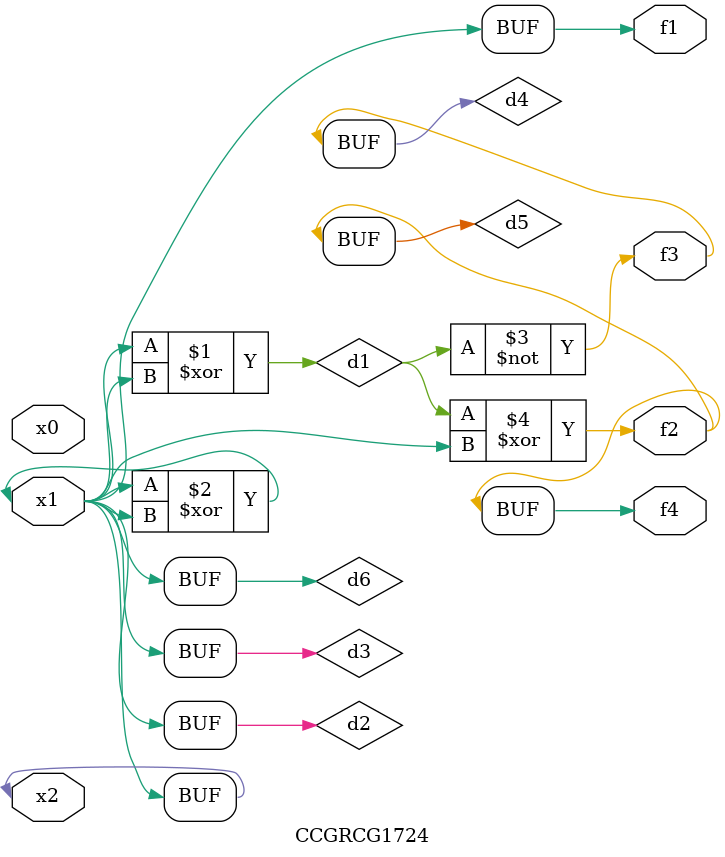
<source format=v>
module CCGRCG1724(
	input x0, x1, x2,
	output f1, f2, f3, f4
);

	wire d1, d2, d3, d4, d5, d6;

	xor (d1, x1, x2);
	buf (d2, x1, x2);
	xor (d3, x1, x2);
	nor (d4, d1);
	xor (d5, d1, d2);
	buf (d6, d2, d3);
	assign f1 = d6;
	assign f2 = d5;
	assign f3 = d4;
	assign f4 = d5;
endmodule

</source>
